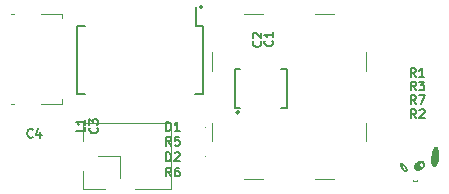
<source format=gbr>
G04 #@! TF.GenerationSoftware,KiCad,Pcbnew,5.1.5-52549c5~84~ubuntu18.04.1*
G04 #@! TF.CreationDate,2020-05-04T20:07:59+02:00*
G04 #@! TF.ProjectId,rs485_usb_adapter,72733438-355f-4757-9362-5f6164617074,rev?*
G04 #@! TF.SameCoordinates,Original*
G04 #@! TF.FileFunction,Legend,Top*
G04 #@! TF.FilePolarity,Positive*
%FSLAX46Y46*%
G04 Gerber Fmt 4.6, Leading zero omitted, Abs format (unit mm)*
G04 Created by KiCad (PCBNEW 5.1.5-52549c5~84~ubuntu18.04.1) date 2020-05-04 20:07:59*
%MOMM*%
%LPD*%
G04 APERTURE LIST*
%ADD10C,0.150000*%
%ADD11C,0.010000*%
%ADD12C,0.060000*%
%ADD13C,0.120000*%
%ADD14C,0.152400*%
%ADD15C,0.100000*%
G04 APERTURE END LIST*
D10*
X161481421Y-84030000D02*
G75*
G03X161481421Y-84030000I-141421J0D01*
G01*
X164601421Y-92920000D02*
G75*
G03X164601421Y-92920000I-141421J0D01*
G01*
D11*
G36*
X181218201Y-95869738D02*
G01*
X181238348Y-95871965D01*
X181255863Y-95875564D01*
X181271188Y-95881308D01*
X181284766Y-95889971D01*
X181297039Y-95902324D01*
X181308450Y-95919140D01*
X181319440Y-95941193D01*
X181330453Y-95969255D01*
X181341931Y-96004099D01*
X181354316Y-96046498D01*
X181368050Y-96097225D01*
X181383577Y-96157052D01*
X181384299Y-96159867D01*
X181401506Y-96232474D01*
X181415540Y-96304276D01*
X181426689Y-96377443D01*
X181435238Y-96454150D01*
X181441474Y-96536569D01*
X181445609Y-96624760D01*
X181446717Y-96658405D01*
X181447222Y-96684525D01*
X181446933Y-96705749D01*
X181445658Y-96724703D01*
X181443208Y-96744014D01*
X181439391Y-96766309D01*
X181434016Y-96794217D01*
X181432872Y-96800020D01*
X181416391Y-96878711D01*
X181398865Y-96953406D01*
X181380546Y-97023339D01*
X181361687Y-97087741D01*
X181342541Y-97145845D01*
X181323359Y-97196882D01*
X181304394Y-97240085D01*
X181285900Y-97274686D01*
X181268657Y-97299293D01*
X181257953Y-97312749D01*
X181243677Y-97331717D01*
X181227975Y-97353311D01*
X181217487Y-97368152D01*
X181191986Y-97402275D01*
X181168222Y-97429201D01*
X181146922Y-97448184D01*
X181129823Y-97458106D01*
X181117848Y-97460698D01*
X181100149Y-97462358D01*
X181085639Y-97462712D01*
X181069049Y-97461866D01*
X181053769Y-97459024D01*
X181036746Y-97453303D01*
X181014929Y-97443818D01*
X181005960Y-97439618D01*
X180983192Y-97427894D01*
X180961706Y-97415181D01*
X180944652Y-97403418D01*
X180938199Y-97397955D01*
X180915298Y-97369710D01*
X180895228Y-97331883D01*
X180877972Y-97284420D01*
X180863507Y-97227269D01*
X180854959Y-97181020D01*
X180852442Y-97163764D01*
X180850422Y-97145587D01*
X180848848Y-97125174D01*
X180847672Y-97101208D01*
X180846843Y-97072375D01*
X180846312Y-97037359D01*
X180846029Y-96994844D01*
X180845945Y-96943516D01*
X180845945Y-96942260D01*
X180846068Y-96885778D01*
X180846514Y-96837431D01*
X180847403Y-96795192D01*
X180848857Y-96757037D01*
X180850997Y-96720942D01*
X180853942Y-96684882D01*
X180857814Y-96646833D01*
X180862734Y-96604769D01*
X180868823Y-96556667D01*
X180869068Y-96554778D01*
X180878126Y-96497754D01*
X180890976Y-96435299D01*
X180907031Y-96369301D01*
X180925706Y-96301648D01*
X180946413Y-96234227D01*
X180968565Y-96168927D01*
X180991577Y-96107635D01*
X181014862Y-96052239D01*
X181037832Y-96004626D01*
X181043030Y-95994937D01*
X181070897Y-95950835D01*
X181101983Y-95913517D01*
X181102588Y-95912896D01*
X181125380Y-95891619D01*
X181146068Y-95877902D01*
X181167763Y-95870583D01*
X181193575Y-95868502D01*
X181218201Y-95869738D01*
G37*
X181218201Y-95869738D02*
X181238348Y-95871965D01*
X181255863Y-95875564D01*
X181271188Y-95881308D01*
X181284766Y-95889971D01*
X181297039Y-95902324D01*
X181308450Y-95919140D01*
X181319440Y-95941193D01*
X181330453Y-95969255D01*
X181341931Y-96004099D01*
X181354316Y-96046498D01*
X181368050Y-96097225D01*
X181383577Y-96157052D01*
X181384299Y-96159867D01*
X181401506Y-96232474D01*
X181415540Y-96304276D01*
X181426689Y-96377443D01*
X181435238Y-96454150D01*
X181441474Y-96536569D01*
X181445609Y-96624760D01*
X181446717Y-96658405D01*
X181447222Y-96684525D01*
X181446933Y-96705749D01*
X181445658Y-96724703D01*
X181443208Y-96744014D01*
X181439391Y-96766309D01*
X181434016Y-96794217D01*
X181432872Y-96800020D01*
X181416391Y-96878711D01*
X181398865Y-96953406D01*
X181380546Y-97023339D01*
X181361687Y-97087741D01*
X181342541Y-97145845D01*
X181323359Y-97196882D01*
X181304394Y-97240085D01*
X181285900Y-97274686D01*
X181268657Y-97299293D01*
X181257953Y-97312749D01*
X181243677Y-97331717D01*
X181227975Y-97353311D01*
X181217487Y-97368152D01*
X181191986Y-97402275D01*
X181168222Y-97429201D01*
X181146922Y-97448184D01*
X181129823Y-97458106D01*
X181117848Y-97460698D01*
X181100149Y-97462358D01*
X181085639Y-97462712D01*
X181069049Y-97461866D01*
X181053769Y-97459024D01*
X181036746Y-97453303D01*
X181014929Y-97443818D01*
X181005960Y-97439618D01*
X180983192Y-97427894D01*
X180961706Y-97415181D01*
X180944652Y-97403418D01*
X180938199Y-97397955D01*
X180915298Y-97369710D01*
X180895228Y-97331883D01*
X180877972Y-97284420D01*
X180863507Y-97227269D01*
X180854959Y-97181020D01*
X180852442Y-97163764D01*
X180850422Y-97145587D01*
X180848848Y-97125174D01*
X180847672Y-97101208D01*
X180846843Y-97072375D01*
X180846312Y-97037359D01*
X180846029Y-96994844D01*
X180845945Y-96943516D01*
X180845945Y-96942260D01*
X180846068Y-96885778D01*
X180846514Y-96837431D01*
X180847403Y-96795192D01*
X180848857Y-96757037D01*
X180850997Y-96720942D01*
X180853942Y-96684882D01*
X180857814Y-96646833D01*
X180862734Y-96604769D01*
X180868823Y-96556667D01*
X180869068Y-96554778D01*
X180878126Y-96497754D01*
X180890976Y-96435299D01*
X180907031Y-96369301D01*
X180925706Y-96301648D01*
X180946413Y-96234227D01*
X180968565Y-96168927D01*
X180991577Y-96107635D01*
X181014862Y-96052239D01*
X181037832Y-96004626D01*
X181043030Y-95994937D01*
X181070897Y-95950835D01*
X181101983Y-95913517D01*
X181102588Y-95912896D01*
X181125380Y-95891619D01*
X181146068Y-95877902D01*
X181167763Y-95870583D01*
X181193575Y-95868502D01*
X181218201Y-95869738D01*
G36*
X179958423Y-97041777D02*
G01*
X179996263Y-97045066D01*
X180016759Y-97048897D01*
X180068390Y-97065874D01*
X180113060Y-97089654D01*
X180150646Y-97119527D01*
X180181024Y-97154781D01*
X180204071Y-97194703D01*
X180219661Y-97238583D01*
X180227672Y-97285708D01*
X180227980Y-97335366D01*
X180220461Y-97386846D01*
X180204990Y-97439436D01*
X180181445Y-97492424D01*
X180149701Y-97545099D01*
X180111669Y-97594398D01*
X180062024Y-97645506D01*
X180007034Y-97690255D01*
X179947863Y-97728142D01*
X179885678Y-97758666D01*
X179821645Y-97781325D01*
X179756929Y-97795617D01*
X179692695Y-97801041D01*
X179638218Y-97798169D01*
X179583393Y-97787107D01*
X179534297Y-97768036D01*
X179491371Y-97741148D01*
X179472887Y-97725333D01*
X179441140Y-97691436D01*
X179418000Y-97656962D01*
X179402118Y-97619320D01*
X179392141Y-97575916D01*
X179390986Y-97568145D01*
X179388426Y-97513755D01*
X179395286Y-97458691D01*
X179410934Y-97403752D01*
X179424275Y-97373475D01*
X179789164Y-97373475D01*
X179791545Y-97395112D01*
X179804506Y-97439304D01*
X179825689Y-97478657D01*
X179854198Y-97512122D01*
X179889137Y-97538653D01*
X179929610Y-97557204D01*
X179930453Y-97557481D01*
X179950411Y-97561460D01*
X179977461Y-97563152D01*
X179995684Y-97562976D01*
X180019938Y-97561571D01*
X180038324Y-97558634D01*
X180055122Y-97553176D01*
X180072690Y-97545155D01*
X180109679Y-97521788D01*
X180140282Y-97491948D01*
X180163754Y-97457048D01*
X180179349Y-97418504D01*
X180186322Y-97377728D01*
X180183925Y-97336134D01*
X180183670Y-97334722D01*
X180170966Y-97292824D01*
X180149644Y-97254438D01*
X180120985Y-97221215D01*
X180086270Y-97194806D01*
X180067445Y-97184858D01*
X180037518Y-97175350D01*
X180002396Y-97170786D01*
X179965790Y-97171225D01*
X179931413Y-97176724D01*
X179913531Y-97182426D01*
X179878383Y-97201486D01*
X179847691Y-97227944D01*
X179822440Y-97260087D01*
X179803613Y-97296199D01*
X179792193Y-97334567D01*
X179789164Y-97373475D01*
X179424275Y-97373475D01*
X179434736Y-97349736D01*
X179466061Y-97297441D01*
X179504274Y-97247666D01*
X179548745Y-97201207D01*
X179598840Y-97158864D01*
X179653926Y-97121434D01*
X179713370Y-97089716D01*
X179776541Y-97064507D01*
X179794886Y-97058701D01*
X179831263Y-97050238D01*
X179872757Y-97044503D01*
X179916199Y-97041636D01*
X179958423Y-97041777D01*
G37*
X179958423Y-97041777D02*
X179996263Y-97045066D01*
X180016759Y-97048897D01*
X180068390Y-97065874D01*
X180113060Y-97089654D01*
X180150646Y-97119527D01*
X180181024Y-97154781D01*
X180204071Y-97194703D01*
X180219661Y-97238583D01*
X180227672Y-97285708D01*
X180227980Y-97335366D01*
X180220461Y-97386846D01*
X180204990Y-97439436D01*
X180181445Y-97492424D01*
X180149701Y-97545099D01*
X180111669Y-97594398D01*
X180062024Y-97645506D01*
X180007034Y-97690255D01*
X179947863Y-97728142D01*
X179885678Y-97758666D01*
X179821645Y-97781325D01*
X179756929Y-97795617D01*
X179692695Y-97801041D01*
X179638218Y-97798169D01*
X179583393Y-97787107D01*
X179534297Y-97768036D01*
X179491371Y-97741148D01*
X179472887Y-97725333D01*
X179441140Y-97691436D01*
X179418000Y-97656962D01*
X179402118Y-97619320D01*
X179392141Y-97575916D01*
X179390986Y-97568145D01*
X179388426Y-97513755D01*
X179395286Y-97458691D01*
X179410934Y-97403752D01*
X179424275Y-97373475D01*
X179789164Y-97373475D01*
X179791545Y-97395112D01*
X179804506Y-97439304D01*
X179825689Y-97478657D01*
X179854198Y-97512122D01*
X179889137Y-97538653D01*
X179929610Y-97557204D01*
X179930453Y-97557481D01*
X179950411Y-97561460D01*
X179977461Y-97563152D01*
X179995684Y-97562976D01*
X180019938Y-97561571D01*
X180038324Y-97558634D01*
X180055122Y-97553176D01*
X180072690Y-97545155D01*
X180109679Y-97521788D01*
X180140282Y-97491948D01*
X180163754Y-97457048D01*
X180179349Y-97418504D01*
X180186322Y-97377728D01*
X180183925Y-97336134D01*
X180183670Y-97334722D01*
X180170966Y-97292824D01*
X180149644Y-97254438D01*
X180120985Y-97221215D01*
X180086270Y-97194806D01*
X180067445Y-97184858D01*
X180037518Y-97175350D01*
X180002396Y-97170786D01*
X179965790Y-97171225D01*
X179931413Y-97176724D01*
X179913531Y-97182426D01*
X179878383Y-97201486D01*
X179847691Y-97227944D01*
X179822440Y-97260087D01*
X179803613Y-97296199D01*
X179792193Y-97334567D01*
X179789164Y-97373475D01*
X179424275Y-97373475D01*
X179434736Y-97349736D01*
X179466061Y-97297441D01*
X179504274Y-97247666D01*
X179548745Y-97201207D01*
X179598840Y-97158864D01*
X179653926Y-97121434D01*
X179713370Y-97089716D01*
X179776541Y-97064507D01*
X179794886Y-97058701D01*
X179831263Y-97050238D01*
X179872757Y-97044503D01*
X179916199Y-97041636D01*
X179958423Y-97041777D01*
G36*
X178333665Y-97232400D02*
G01*
X178351199Y-97234815D01*
X178367879Y-97240076D01*
X178386678Y-97248404D01*
X178436544Y-97276810D01*
X178486028Y-97314026D01*
X178534186Y-97358713D01*
X178580077Y-97409536D01*
X178622757Y-97465158D01*
X178661285Y-97524244D01*
X178694717Y-97585456D01*
X178722112Y-97647459D01*
X178742526Y-97708917D01*
X178755018Y-97768492D01*
X178755381Y-97771129D01*
X178758149Y-97814196D01*
X178754456Y-97852257D01*
X178744593Y-97884427D01*
X178728853Y-97909822D01*
X178707525Y-97927556D01*
X178703187Y-97929832D01*
X178675219Y-97938318D01*
X178643409Y-97939581D01*
X178611189Y-97933488D01*
X178610740Y-97933346D01*
X178567203Y-97915057D01*
X178522270Y-97887842D01*
X178476881Y-97852665D01*
X178431976Y-97810487D01*
X178388495Y-97762272D01*
X178347378Y-97708982D01*
X178309565Y-97651579D01*
X178275996Y-97591026D01*
X178275540Y-97590119D01*
X178250181Y-97535845D01*
X178241711Y-97513574D01*
X178395284Y-97513574D01*
X178395543Y-97541315D01*
X178398121Y-97569311D01*
X178402567Y-97592702D01*
X178412407Y-97622865D01*
X178426999Y-97657156D01*
X178444535Y-97691944D01*
X178463208Y-97723596D01*
X178478382Y-97745022D01*
X178509895Y-97780806D01*
X178541152Y-97808895D01*
X178571506Y-97829000D01*
X178600309Y-97840834D01*
X178626913Y-97844109D01*
X178650670Y-97838538D01*
X178666133Y-97828466D01*
X178680767Y-97811999D01*
X178690019Y-97792003D01*
X178694606Y-97766313D01*
X178695402Y-97740316D01*
X178691584Y-97701085D01*
X178681587Y-97660767D01*
X178666265Y-97620451D01*
X178646466Y-97581228D01*
X178623042Y-97544188D01*
X178596844Y-97510421D01*
X178568723Y-97481018D01*
X178539529Y-97457069D01*
X178510113Y-97439664D01*
X178481326Y-97429894D01*
X178454019Y-97428849D01*
X178452521Y-97429075D01*
X178430226Y-97437610D01*
X178411870Y-97454429D01*
X178401805Y-97471686D01*
X178397365Y-97489295D01*
X178395284Y-97513574D01*
X178241711Y-97513574D01*
X178231505Y-97486742D01*
X178218956Y-97440850D01*
X178211980Y-97396209D01*
X178210024Y-97358820D01*
X178210147Y-97333734D01*
X178211356Y-97315780D01*
X178214108Y-97301950D01*
X178218861Y-97289235D01*
X178221443Y-97283751D01*
X178232212Y-97266421D01*
X178245671Y-97250733D01*
X178251471Y-97245651D01*
X178261774Y-97238608D01*
X178271873Y-97234452D01*
X178284939Y-97232443D01*
X178304145Y-97231838D01*
X178310641Y-97231820D01*
X178333665Y-97232400D01*
G37*
X178333665Y-97232400D02*
X178351199Y-97234815D01*
X178367879Y-97240076D01*
X178386678Y-97248404D01*
X178436544Y-97276810D01*
X178486028Y-97314026D01*
X178534186Y-97358713D01*
X178580077Y-97409536D01*
X178622757Y-97465158D01*
X178661285Y-97524244D01*
X178694717Y-97585456D01*
X178722112Y-97647459D01*
X178742526Y-97708917D01*
X178755018Y-97768492D01*
X178755381Y-97771129D01*
X178758149Y-97814196D01*
X178754456Y-97852257D01*
X178744593Y-97884427D01*
X178728853Y-97909822D01*
X178707525Y-97927556D01*
X178703187Y-97929832D01*
X178675219Y-97938318D01*
X178643409Y-97939581D01*
X178611189Y-97933488D01*
X178610740Y-97933346D01*
X178567203Y-97915057D01*
X178522270Y-97887842D01*
X178476881Y-97852665D01*
X178431976Y-97810487D01*
X178388495Y-97762272D01*
X178347378Y-97708982D01*
X178309565Y-97651579D01*
X178275996Y-97591026D01*
X178275540Y-97590119D01*
X178250181Y-97535845D01*
X178241711Y-97513574D01*
X178395284Y-97513574D01*
X178395543Y-97541315D01*
X178398121Y-97569311D01*
X178402567Y-97592702D01*
X178412407Y-97622865D01*
X178426999Y-97657156D01*
X178444535Y-97691944D01*
X178463208Y-97723596D01*
X178478382Y-97745022D01*
X178509895Y-97780806D01*
X178541152Y-97808895D01*
X178571506Y-97829000D01*
X178600309Y-97840834D01*
X178626913Y-97844109D01*
X178650670Y-97838538D01*
X178666133Y-97828466D01*
X178680767Y-97811999D01*
X178690019Y-97792003D01*
X178694606Y-97766313D01*
X178695402Y-97740316D01*
X178691584Y-97701085D01*
X178681587Y-97660767D01*
X178666265Y-97620451D01*
X178646466Y-97581228D01*
X178623042Y-97544188D01*
X178596844Y-97510421D01*
X178568723Y-97481018D01*
X178539529Y-97457069D01*
X178510113Y-97439664D01*
X178481326Y-97429894D01*
X178454019Y-97428849D01*
X178452521Y-97429075D01*
X178430226Y-97437610D01*
X178411870Y-97454429D01*
X178401805Y-97471686D01*
X178397365Y-97489295D01*
X178395284Y-97513574D01*
X178241711Y-97513574D01*
X178231505Y-97486742D01*
X178218956Y-97440850D01*
X178211980Y-97396209D01*
X178210024Y-97358820D01*
X178210147Y-97333734D01*
X178211356Y-97315780D01*
X178214108Y-97301950D01*
X178218861Y-97289235D01*
X178221443Y-97283751D01*
X178232212Y-97266421D01*
X178245671Y-97250733D01*
X178251471Y-97245651D01*
X178261774Y-97238608D01*
X178271873Y-97234452D01*
X178284939Y-97232443D01*
X178304145Y-97231838D01*
X178310641Y-97231820D01*
X178333665Y-97232400D01*
D12*
G36*
X179664692Y-98671830D02*
G01*
X179668884Y-98677238D01*
X179669842Y-98685434D01*
X179665424Y-98690854D01*
X179653375Y-98698710D01*
X179635655Y-98708093D01*
X179614225Y-98718090D01*
X179591046Y-98727791D01*
X179568078Y-98736284D01*
X179547282Y-98742659D01*
X179545917Y-98743013D01*
X179502856Y-98750486D01*
X179454361Y-98752860D01*
X179403785Y-98750138D01*
X179357500Y-98742965D01*
X179330200Y-98737186D01*
X179311309Y-98732973D01*
X179299286Y-98729840D01*
X179292588Y-98727302D01*
X179289673Y-98724876D01*
X179288999Y-98722076D01*
X179288997Y-98721433D01*
X179290026Y-98713727D01*
X179293898Y-98709084D01*
X179302140Y-98707369D01*
X179316276Y-98708449D01*
X179337832Y-98712190D01*
X179354960Y-98715657D01*
X179413922Y-98725109D01*
X179467388Y-98727441D01*
X179517312Y-98722442D01*
X179565646Y-98709901D01*
X179614342Y-98689609D01*
X179619221Y-98687188D01*
X179641207Y-98676758D01*
X179655915Y-98671654D01*
X179664692Y-98671830D01*
G37*
X179664692Y-98671830D02*
X179668884Y-98677238D01*
X179669842Y-98685434D01*
X179665424Y-98690854D01*
X179653375Y-98698710D01*
X179635655Y-98708093D01*
X179614225Y-98718090D01*
X179591046Y-98727791D01*
X179568078Y-98736284D01*
X179547282Y-98742659D01*
X179545917Y-98743013D01*
X179502856Y-98750486D01*
X179454361Y-98752860D01*
X179403785Y-98750138D01*
X179357500Y-98742965D01*
X179330200Y-98737186D01*
X179311309Y-98732973D01*
X179299286Y-98729840D01*
X179292588Y-98727302D01*
X179289673Y-98724876D01*
X179288999Y-98722076D01*
X179288997Y-98721433D01*
X179290026Y-98713727D01*
X179293898Y-98709084D01*
X179302140Y-98707369D01*
X179316276Y-98708449D01*
X179337832Y-98712190D01*
X179354960Y-98715657D01*
X179413922Y-98725109D01*
X179467388Y-98727441D01*
X179517312Y-98722442D01*
X179565646Y-98709901D01*
X179614342Y-98689609D01*
X179619221Y-98687188D01*
X179641207Y-98676758D01*
X179655915Y-98671654D01*
X179664692Y-98671830D01*
D13*
X149610000Y-92210000D02*
X149610000Y-91830000D01*
X145560000Y-92210000D02*
X145300000Y-92210000D01*
X149610000Y-92210000D02*
X147840000Y-92210000D01*
X149610000Y-84590000D02*
X149610000Y-84970000D01*
X147840000Y-84590000D02*
X149610000Y-84590000D01*
X145300000Y-84590000D02*
X145560000Y-84590000D01*
X165000000Y-84620000D02*
X166600000Y-84620000D01*
X165000000Y-98580000D02*
X166600000Y-98580000D01*
X171000000Y-84620000D02*
X172600000Y-84620000D01*
X171000000Y-98580000D02*
X172600000Y-98580000D01*
X162300000Y-87800000D02*
X162300000Y-89400000D01*
X175300000Y-87800000D02*
X175300000Y-89400000D01*
X162300000Y-93800000D02*
X162300000Y-95400000D01*
X175300000Y-93800000D02*
X175300000Y-95400000D01*
D14*
X164682800Y-89233600D02*
X164225600Y-89233600D01*
X168137200Y-92586400D02*
X168594400Y-92586400D01*
X168594400Y-92586400D02*
X168594400Y-89233600D01*
X168594400Y-89233600D02*
X168137200Y-89233600D01*
X164225600Y-89233600D02*
X164225600Y-92586400D01*
X164225600Y-92586400D02*
X164682800Y-92586400D01*
D10*
X161525000Y-85625000D02*
X160950000Y-85625000D01*
X161525000Y-91375000D02*
X160875000Y-91375000D01*
X150875000Y-91375000D02*
X151525000Y-91375000D01*
X150875000Y-85625000D02*
X151525000Y-85625000D01*
X161525000Y-85625000D02*
X161525000Y-91375000D01*
X150875000Y-85625000D02*
X150875000Y-91375000D01*
X160950000Y-85625000D02*
X160950000Y-84025000D01*
D13*
X155735000Y-99400000D02*
X158850000Y-99400000D01*
X158850000Y-99400000D02*
X158850000Y-93800000D01*
X151350000Y-93800000D02*
X158850000Y-93800000D01*
X151350000Y-95330000D02*
X151350000Y-93800000D01*
X152595000Y-96600000D02*
X154465000Y-96600000D01*
X154465000Y-96600000D02*
X154465000Y-98470000D01*
X153195000Y-99400000D02*
X151350000Y-99400000D01*
X151350000Y-99400000D02*
X151350000Y-97870000D01*
D15*
X161740000Y-94200000D02*
G75*
G03X161740000Y-94200000I-50000J0D01*
G01*
X161740000Y-96700000D02*
G75*
G03X161740000Y-96700000I-50000J0D01*
G01*
D10*
X167397857Y-86865000D02*
X167433571Y-86900714D01*
X167469285Y-87007857D01*
X167469285Y-87079285D01*
X167433571Y-87186428D01*
X167362142Y-87257857D01*
X167290714Y-87293571D01*
X167147857Y-87329285D01*
X167040714Y-87329285D01*
X166897857Y-87293571D01*
X166826428Y-87257857D01*
X166755000Y-87186428D01*
X166719285Y-87079285D01*
X166719285Y-87007857D01*
X166755000Y-86900714D01*
X166790714Y-86865000D01*
X167469285Y-86150714D02*
X167469285Y-86579285D01*
X167469285Y-86365000D02*
X166719285Y-86365000D01*
X166826428Y-86436428D01*
X166897857Y-86507857D01*
X166933571Y-86579285D01*
X166397857Y-86905000D02*
X166433571Y-86940714D01*
X166469285Y-87047857D01*
X166469285Y-87119285D01*
X166433571Y-87226428D01*
X166362142Y-87297857D01*
X166290714Y-87333571D01*
X166147857Y-87369285D01*
X166040714Y-87369285D01*
X165897857Y-87333571D01*
X165826428Y-87297857D01*
X165755000Y-87226428D01*
X165719285Y-87119285D01*
X165719285Y-87047857D01*
X165755000Y-86940714D01*
X165790714Y-86905000D01*
X165790714Y-86619285D02*
X165755000Y-86583571D01*
X165719285Y-86512142D01*
X165719285Y-86333571D01*
X165755000Y-86262142D01*
X165790714Y-86226428D01*
X165862142Y-86190714D01*
X165933571Y-86190714D01*
X166040714Y-86226428D01*
X166469285Y-86655000D01*
X166469285Y-86190714D01*
X158825000Y-95759285D02*
X158575000Y-95402142D01*
X158396428Y-95759285D02*
X158396428Y-95009285D01*
X158682142Y-95009285D01*
X158753571Y-95045000D01*
X158789285Y-95080714D01*
X158825000Y-95152142D01*
X158825000Y-95259285D01*
X158789285Y-95330714D01*
X158753571Y-95366428D01*
X158682142Y-95402142D01*
X158396428Y-95402142D01*
X159503571Y-95009285D02*
X159146428Y-95009285D01*
X159110714Y-95366428D01*
X159146428Y-95330714D01*
X159217857Y-95295000D01*
X159396428Y-95295000D01*
X159467857Y-95330714D01*
X159503571Y-95366428D01*
X159539285Y-95437857D01*
X159539285Y-95616428D01*
X159503571Y-95687857D01*
X159467857Y-95723571D01*
X159396428Y-95759285D01*
X159217857Y-95759285D01*
X159146428Y-95723571D01*
X159110714Y-95687857D01*
X158825000Y-98359285D02*
X158575000Y-98002142D01*
X158396428Y-98359285D02*
X158396428Y-97609285D01*
X158682142Y-97609285D01*
X158753571Y-97645000D01*
X158789285Y-97680714D01*
X158825000Y-97752142D01*
X158825000Y-97859285D01*
X158789285Y-97930714D01*
X158753571Y-97966428D01*
X158682142Y-98002142D01*
X158396428Y-98002142D01*
X159467857Y-97609285D02*
X159325000Y-97609285D01*
X159253571Y-97645000D01*
X159217857Y-97680714D01*
X159146428Y-97787857D01*
X159110714Y-97930714D01*
X159110714Y-98216428D01*
X159146428Y-98287857D01*
X159182142Y-98323571D01*
X159253571Y-98359285D01*
X159396428Y-98359285D01*
X159467857Y-98323571D01*
X159503571Y-98287857D01*
X159539285Y-98216428D01*
X159539285Y-98037857D01*
X159503571Y-97966428D01*
X159467857Y-97930714D01*
X159396428Y-97895000D01*
X159253571Y-97895000D01*
X159182142Y-97930714D01*
X159146428Y-97966428D01*
X159110714Y-98037857D01*
X152567857Y-94235000D02*
X152603571Y-94270714D01*
X152639285Y-94377857D01*
X152639285Y-94449285D01*
X152603571Y-94556428D01*
X152532142Y-94627857D01*
X152460714Y-94663571D01*
X152317857Y-94699285D01*
X152210714Y-94699285D01*
X152067857Y-94663571D01*
X151996428Y-94627857D01*
X151925000Y-94556428D01*
X151889285Y-94449285D01*
X151889285Y-94377857D01*
X151925000Y-94270714D01*
X151960714Y-94235000D01*
X151889285Y-93985000D02*
X151889285Y-93520714D01*
X152175000Y-93770714D01*
X152175000Y-93663571D01*
X152210714Y-93592142D01*
X152246428Y-93556428D01*
X152317857Y-93520714D01*
X152496428Y-93520714D01*
X152567857Y-93556428D01*
X152603571Y-93592142D01*
X152639285Y-93663571D01*
X152639285Y-93877857D01*
X152603571Y-93949285D01*
X152567857Y-93985000D01*
X147115000Y-95017857D02*
X147079285Y-95053571D01*
X146972142Y-95089285D01*
X146900714Y-95089285D01*
X146793571Y-95053571D01*
X146722142Y-94982142D01*
X146686428Y-94910714D01*
X146650714Y-94767857D01*
X146650714Y-94660714D01*
X146686428Y-94517857D01*
X146722142Y-94446428D01*
X146793571Y-94375000D01*
X146900714Y-94339285D01*
X146972142Y-94339285D01*
X147079285Y-94375000D01*
X147115000Y-94410714D01*
X147757857Y-94589285D02*
X147757857Y-95089285D01*
X147579285Y-94303571D02*
X147400714Y-94839285D01*
X147865000Y-94839285D01*
X151549285Y-94195000D02*
X151549285Y-94552142D01*
X150799285Y-94552142D01*
X151549285Y-93552142D02*
X151549285Y-93980714D01*
X151549285Y-93766428D02*
X150799285Y-93766428D01*
X150906428Y-93837857D01*
X150977857Y-93909285D01*
X151013571Y-93980714D01*
X158396428Y-94519285D02*
X158396428Y-93769285D01*
X158575000Y-93769285D01*
X158682142Y-93805000D01*
X158753571Y-93876428D01*
X158789285Y-93947857D01*
X158825000Y-94090714D01*
X158825000Y-94197857D01*
X158789285Y-94340714D01*
X158753571Y-94412142D01*
X158682142Y-94483571D01*
X158575000Y-94519285D01*
X158396428Y-94519285D01*
X159539285Y-94519285D02*
X159110714Y-94519285D01*
X159325000Y-94519285D02*
X159325000Y-93769285D01*
X159253571Y-93876428D01*
X159182142Y-93947857D01*
X159110714Y-93983571D01*
X158406428Y-97069285D02*
X158406428Y-96319285D01*
X158585000Y-96319285D01*
X158692142Y-96355000D01*
X158763571Y-96426428D01*
X158799285Y-96497857D01*
X158835000Y-96640714D01*
X158835000Y-96747857D01*
X158799285Y-96890714D01*
X158763571Y-96962142D01*
X158692142Y-97033571D01*
X158585000Y-97069285D01*
X158406428Y-97069285D01*
X159120714Y-96390714D02*
X159156428Y-96355000D01*
X159227857Y-96319285D01*
X159406428Y-96319285D01*
X159477857Y-96355000D01*
X159513571Y-96390714D01*
X159549285Y-96462142D01*
X159549285Y-96533571D01*
X159513571Y-96640714D01*
X159085000Y-97069285D01*
X159549285Y-97069285D01*
X179545000Y-89939285D02*
X179295000Y-89582142D01*
X179116428Y-89939285D02*
X179116428Y-89189285D01*
X179402142Y-89189285D01*
X179473571Y-89225000D01*
X179509285Y-89260714D01*
X179545000Y-89332142D01*
X179545000Y-89439285D01*
X179509285Y-89510714D01*
X179473571Y-89546428D01*
X179402142Y-89582142D01*
X179116428Y-89582142D01*
X180259285Y-89939285D02*
X179830714Y-89939285D01*
X180045000Y-89939285D02*
X180045000Y-89189285D01*
X179973571Y-89296428D01*
X179902142Y-89367857D01*
X179830714Y-89403571D01*
X179565000Y-93439285D02*
X179315000Y-93082142D01*
X179136428Y-93439285D02*
X179136428Y-92689285D01*
X179422142Y-92689285D01*
X179493571Y-92725000D01*
X179529285Y-92760714D01*
X179565000Y-92832142D01*
X179565000Y-92939285D01*
X179529285Y-93010714D01*
X179493571Y-93046428D01*
X179422142Y-93082142D01*
X179136428Y-93082142D01*
X179850714Y-92760714D02*
X179886428Y-92725000D01*
X179957857Y-92689285D01*
X180136428Y-92689285D01*
X180207857Y-92725000D01*
X180243571Y-92760714D01*
X180279285Y-92832142D01*
X180279285Y-92903571D01*
X180243571Y-93010714D01*
X179815000Y-93439285D01*
X180279285Y-93439285D01*
X179555000Y-91079285D02*
X179305000Y-90722142D01*
X179126428Y-91079285D02*
X179126428Y-90329285D01*
X179412142Y-90329285D01*
X179483571Y-90365000D01*
X179519285Y-90400714D01*
X179555000Y-90472142D01*
X179555000Y-90579285D01*
X179519285Y-90650714D01*
X179483571Y-90686428D01*
X179412142Y-90722142D01*
X179126428Y-90722142D01*
X179805000Y-90329285D02*
X180269285Y-90329285D01*
X180019285Y-90615000D01*
X180126428Y-90615000D01*
X180197857Y-90650714D01*
X180233571Y-90686428D01*
X180269285Y-90757857D01*
X180269285Y-90936428D01*
X180233571Y-91007857D01*
X180197857Y-91043571D01*
X180126428Y-91079285D01*
X179912142Y-91079285D01*
X179840714Y-91043571D01*
X179805000Y-91007857D01*
X179545000Y-92259285D02*
X179295000Y-91902142D01*
X179116428Y-92259285D02*
X179116428Y-91509285D01*
X179402142Y-91509285D01*
X179473571Y-91545000D01*
X179509285Y-91580714D01*
X179545000Y-91652142D01*
X179545000Y-91759285D01*
X179509285Y-91830714D01*
X179473571Y-91866428D01*
X179402142Y-91902142D01*
X179116428Y-91902142D01*
X179795000Y-91509285D02*
X180295000Y-91509285D01*
X179973571Y-92259285D01*
M02*

</source>
